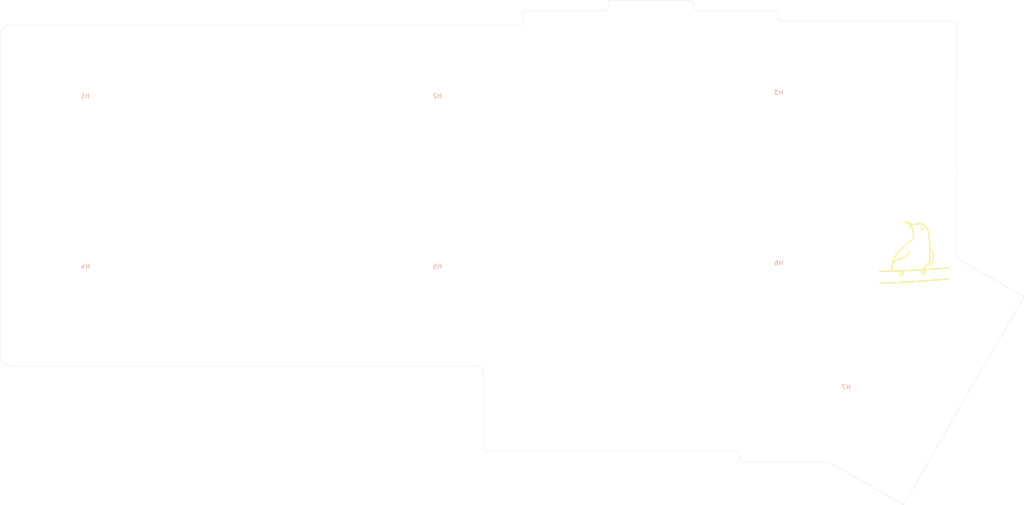
<source format=kicad_pcb>
(kicad_pcb (version 20171130) (host pcbnew "(5.1.9-0-10_14)")

  (general
    (thickness 1.6)
    (drawings 37)
    (tracks 0)
    (zones 0)
    (modules 8)
    (nets 1)
  )

  (page A4)
  (layers
    (0 F.Cu signal)
    (31 B.Cu signal)
    (32 B.Adhes user)
    (33 F.Adhes user)
    (34 B.Paste user)
    (35 F.Paste user)
    (36 B.SilkS user)
    (37 F.SilkS user)
    (38 B.Mask user)
    (39 F.Mask user)
    (40 Dwgs.User user)
    (41 Cmts.User user)
    (42 Eco1.User user)
    (43 Eco2.User user)
    (44 Edge.Cuts user)
    (45 Margin user)
    (46 B.CrtYd user)
    (47 F.CrtYd user)
    (48 B.Fab user)
    (49 F.Fab user)
  )

  (setup
    (last_trace_width 0.25)
    (trace_clearance 0.2)
    (zone_clearance 0.508)
    (zone_45_only no)
    (trace_min 0.2)
    (via_size 0.8)
    (via_drill 0.4)
    (via_min_size 0.4)
    (via_min_drill 0.3)
    (uvia_size 0.3)
    (uvia_drill 0.1)
    (uvias_allowed no)
    (uvia_min_size 0.2)
    (uvia_min_drill 0.1)
    (edge_width 0.05)
    (segment_width 0.2)
    (pcb_text_width 0.3)
    (pcb_text_size 1.5 1.5)
    (mod_edge_width 0.12)
    (mod_text_size 1 1)
    (mod_text_width 0.15)
    (pad_size 1.524 1.524)
    (pad_drill 0.762)
    (pad_to_mask_clearance 0)
    (aux_axis_origin 0 0)
    (grid_origin 192.0875 21.43125)
    (visible_elements FFFFF77F)
    (pcbplotparams
      (layerselection 0x011fc_ffffffff)
      (usegerberextensions false)
      (usegerberattributes true)
      (usegerberadvancedattributes true)
      (creategerberjobfile true)
      (excludeedgelayer true)
      (linewidth 0.100000)
      (plotframeref false)
      (viasonmask false)
      (mode 1)
      (useauxorigin false)
      (hpglpennumber 1)
      (hpglpenspeed 20)
      (hpglpendiameter 15.000000)
      (psnegative false)
      (psa4output false)
      (plotreference true)
      (plotvalue true)
      (plotinvisibletext false)
      (padsonsilk false)
      (subtractmaskfromsilk false)
      (outputformat 1)
      (mirror false)
      (drillshape 0)
      (scaleselection 1)
      (outputdirectory "./gerbers"))
  )

  (net 0 "")

  (net_class Default "This is the default net class."
    (clearance 0.2)
    (trace_width 0.25)
    (via_dia 0.8)
    (via_drill 0.4)
    (uvia_dia 0.3)
    (uvia_drill 0.1)
  )

  (module MountingHole:MountingHole_2.2mm_M2 (layer B.Cu) (tedit 56D1B4CB) (tstamp 607B26AA)
    (at 226.21875 111.125 180)
    (descr "Mounting Hole 2.2mm, no annular, M2")
    (tags "mounting hole 2.2mm no annular m2")
    (path /607DE302)
    (attr virtual)
    (fp_text reference H7 (at 0 3.175) (layer B.SilkS)
      (effects (font (size 1 1) (thickness 0.15)) (justify mirror))
    )
    (fp_text value MountingHole (at 0 -3.175) (layer B.Fab) hide
      (effects (font (size 1 1) (thickness 0.15)) (justify mirror))
    )
    (fp_text user %R (at 0.3 0) (layer B.Fab)
      (effects (font (size 1 1) (thickness 0.15)) (justify mirror))
    )
    (fp_circle (center 0 0) (end 2.2 0) (layer Cmts.User) (width 0.15))
    (fp_circle (center 0 0) (end 2.45 0) (layer B.CrtYd) (width 0.05))
    (pad 1 np_thru_hole circle (at 0 0 180) (size 2.2 2.2) (drill 2.2) (layers *.Cu *.Mask))
  )

  (module MountingHole:MountingHole_2.2mm_M2 (layer B.Cu) (tedit 56D1B4CB) (tstamp 607B26A2)
    (at 211.1315 83.34375 180)
    (descr "Mounting Hole 2.2mm, no annular, M2")
    (tags "mounting hole 2.2mm no annular m2")
    (path /607DF460)
    (attr virtual)
    (fp_text reference H6 (at 0 3.175) (layer B.SilkS)
      (effects (font (size 1 1) (thickness 0.15)) (justify mirror))
    )
    (fp_text value MountingHole (at 0 -6.5) (layer B.Fab) hide
      (effects (font (size 1 1) (thickness 0.15)) (justify mirror))
    )
    (fp_text user %R (at 0.3 0) (layer B.Fab)
      (effects (font (size 1 1) (thickness 0.15)) (justify mirror))
    )
    (fp_circle (center 0 0) (end 2.2 0) (layer Cmts.User) (width 0.15))
    (fp_circle (center 0 0) (end 2.45 0) (layer B.CrtYd) (width 0.05))
    (pad 1 np_thru_hole circle (at 0 0 180) (size 2.2 2.2) (drill 2.2) (layers *.Cu *.Mask))
  )

  (module MountingHole:MountingHole_2.2mm_M2 (layer B.Cu) (tedit 56D1B4CB) (tstamp 607B269A)
    (at 134.9375 84.1375 180)
    (descr "Mounting Hole 2.2mm, no annular, M2")
    (tags "mounting hole 2.2mm no annular m2")
    (path /607DDEC1)
    (attr virtual)
    (fp_text reference H5 (at 0 3.175) (layer B.SilkS)
      (effects (font (size 1 1) (thickness 0.15)) (justify mirror))
    )
    (fp_text value MountingHole (at 0 -6.5) (layer B.Fab) hide
      (effects (font (size 1 1) (thickness 0.15)) (justify mirror))
    )
    (fp_text user %R (at 0.3 0) (layer B.Fab)
      (effects (font (size 1 1) (thickness 0.15)) (justify mirror))
    )
    (fp_circle (center 0 0) (end 2.2 0) (layer Cmts.User) (width 0.15))
    (fp_circle (center 0 0) (end 2.45 0) (layer B.CrtYd) (width 0.05))
    (pad 1 np_thru_hole circle (at 0 0 180) (size 2.2 2.2) (drill 2.2) (layers *.Cu *.Mask))
  )

  (module MountingHole:MountingHole_2.2mm_M2 (layer B.Cu) (tedit 56D1B4CB) (tstamp 607B2692)
    (at 56.35625 84.1375 180)
    (descr "Mounting Hole 2.2mm, no annular, M2")
    (tags "mounting hole 2.2mm no annular m2")
    (path /607DED77)
    (attr virtual)
    (fp_text reference H4 (at 0 3.175) (layer B.SilkS)
      (effects (font (size 1 1) (thickness 0.15)) (justify mirror))
    )
    (fp_text value MountingHole (at 0 -6.5) (layer B.Fab) hide
      (effects (font (size 1 1) (thickness 0.15)) (justify mirror))
    )
    (fp_text user %R (at 0.3 0) (layer B.Fab)
      (effects (font (size 1 1) (thickness 0.15)) (justify mirror))
    )
    (fp_circle (center 0 0) (end 2.2 0) (layer Cmts.User) (width 0.15))
    (fp_circle (center 0 0) (end 2.45 0) (layer B.CrtYd) (width 0.05))
    (pad 1 np_thru_hole circle (at 0 0 180) (size 2.2 2.2) (drill 2.2) (layers *.Cu *.Mask))
  )

  (module MountingHole:MountingHole_2.2mm_M2 (layer B.Cu) (tedit 56D1B4CB) (tstamp 607B268A)
    (at 211.1375 45.24375 180)
    (descr "Mounting Hole 2.2mm, no annular, M2")
    (tags "mounting hole 2.2mm no annular m2")
    (path /607DC9F0)
    (attr virtual)
    (fp_text reference H3 (at 0 3.175) (layer B.SilkS)
      (effects (font (size 1 1) (thickness 0.15)) (justify mirror))
    )
    (fp_text value MountingHole (at 0 -6.5) (layer B.Fab) hide
      (effects (font (size 1 1) (thickness 0.15)) (justify mirror))
    )
    (fp_text user %R (at 0.3 0) (layer B.Fab)
      (effects (font (size 1 1) (thickness 0.15)) (justify mirror))
    )
    (fp_circle (center 0 0) (end 2.2 0) (layer Cmts.User) (width 0.15))
    (fp_circle (center 0 0) (end 2.45 0) (layer B.CrtYd) (width 0.05))
    (pad 1 np_thru_hole circle (at 0 0 180) (size 2.2 2.2) (drill 2.2) (layers *.Cu *.Mask))
  )

  (module MountingHole:MountingHole_2.2mm_M2 (layer B.Cu) (tedit 56D1B4CB) (tstamp 607B2682)
    (at 134.9375 46.0375 180)
    (descr "Mounting Hole 2.2mm, no annular, M2")
    (tags "mounting hole 2.2mm no annular m2")
    (path /607DE9D9)
    (attr virtual)
    (fp_text reference H2 (at 0 3.175) (layer B.SilkS)
      (effects (font (size 1 1) (thickness 0.15)) (justify mirror))
    )
    (fp_text value MountingHole (at 0 -6.5) (layer B.Fab) hide
      (effects (font (size 1 1) (thickness 0.15)) (justify mirror))
    )
    (fp_text user %R (at 0.3 0) (layer B.Fab)
      (effects (font (size 1 1) (thickness 0.15)) (justify mirror))
    )
    (fp_circle (center 0 0) (end 2.2 0) (layer Cmts.User) (width 0.15))
    (fp_circle (center 0 0) (end 2.45 0) (layer B.CrtYd) (width 0.05))
    (pad 1 np_thru_hole circle (at 0 0 180) (size 2.2 2.2) (drill 2.2) (layers *.Cu *.Mask))
  )

  (module MountingHole:MountingHole_2.2mm_M2 (layer B.Cu) (tedit 56D1B4CB) (tstamp 607B99EA)
    (at 56.35625 46.0375 180)
    (descr "Mounting Hole 2.2mm, no annular, M2")
    (tags "mounting hole 2.2mm no annular m2")
    (path /607DE5EF)
    (attr virtual)
    (fp_text reference H1 (at 0.04275 3.175) (layer B.SilkS)
      (effects (font (size 1 1) (thickness 0.15)) (justify mirror))
    )
    (fp_text value MountingHole (at 0 -6.5) (layer B.Fab) hide
      (effects (font (size 1 1) (thickness 0.15)) (justify mirror))
    )
    (fp_text user %R (at 0.3 0) (layer B.Fab)
      (effects (font (size 1 1) (thickness 0.15)) (justify mirror))
    )
    (fp_circle (center 0 0) (end 2.2 0) (layer Cmts.User) (width 0.15))
    (fp_circle (center 0 0) (end 2.45 0) (layer B.CrtYd) (width 0.05))
    (pad 1 np_thru_hole circle (at 0 0 180) (size 2.2 2.2) (drill 2.2) (layers *.Cu *.Mask))
  )

  (module footprints:wren_logo (layer F.Cu) (tedit 0) (tstamp 607C0188)
    (at 241.3635 77.81925)
    (fp_text reference G*** (at 0 0) (layer F.SilkS) hide
      (effects (font (size 1.524 1.524) (thickness 0.3)))
    )
    (fp_text value LOGO (at 0.75 0) (layer F.SilkS) hide
      (effects (font (size 1.524 1.524) (thickness 0.3)))
    )
    (fp_poly (pts (xy 1.858703 -5.644403) (xy 1.917873 -5.625001) (xy 2.043406 -5.533928) (xy 2.110759 -5.404252)
      (xy 2.118886 -5.259587) (xy 2.066744 -5.123542) (xy 1.953287 -5.019728) (xy 1.944845 -5.015214)
      (xy 1.841152 -4.967101) (xy 1.767931 -4.959834) (xy 1.682143 -4.992263) (xy 1.651834 -5.007376)
      (xy 1.528795 -5.105656) (xy 1.468932 -5.230096) (xy 1.464859 -5.363544) (xy 1.509187 -5.48885)
      (xy 1.594529 -5.588862) (xy 1.713497 -5.64643) (xy 1.858703 -5.644403)) (layer F.SilkS) (width 0.01))
    (fp_poly (pts (xy -1.780689 -6.979144) (xy -1.723826 -6.976575) (xy -1.582145 -6.968584) (xy -1.467686 -6.956075)
      (xy -1.362718 -6.933126) (xy -1.249514 -6.893811) (xy -1.110344 -6.832208) (xy -0.927478 -6.742393)
      (xy -0.742825 -6.648799) (xy -0.133732 -6.338804) (xy 0.363129 -6.452104) (xy 0.802847 -6.534727)
      (xy 1.188283 -6.565863) (xy 1.534121 -6.543134) (xy 1.855047 -6.464164) (xy 2.165746 -6.326574)
      (xy 2.480904 -6.127988) (xy 2.514317 -6.103891) (xy 2.733294 -5.898293) (xy 2.935308 -5.615855)
      (xy 3.116681 -5.263356) (xy 3.27373 -4.847575) (xy 3.362033 -4.542701) (xy 3.42238 -4.253539)
      (xy 3.47501 -3.88398) (xy 3.519552 -3.437971) (xy 3.555634 -2.919464) (xy 3.582886 -2.332406)
      (xy 3.590114 -2.116567) (xy 3.600755 -1.777444) (xy 3.610378 -1.51135) (xy 3.620197 -1.306673)
      (xy 3.631429 -1.151805) (xy 3.645288 -1.035136) (xy 3.66299 -0.945056) (xy 3.68575 -0.869956)
      (xy 3.714782 -0.798225) (xy 3.732131 -0.759776) (xy 3.820426 -0.600094) (xy 3.940215 -0.424024)
      (xy 4.042652 -0.296538) (xy 4.20691 -0.095193) (xy 4.316877 0.08822) (xy 4.382004 0.279942)
      (xy 4.411745 0.506215) (xy 4.416309 0.740833) (xy 4.394645 1.115067) (xy 4.340311 1.486226)
      (xy 4.258031 1.834862) (xy 4.152527 2.141531) (xy 4.028521 2.386785) (xy 4.009511 2.415763)
      (xy 3.874004 2.582125) (xy 3.730253 2.678695) (xy 3.552538 2.718523) (xy 3.409331 2.72027)
      (xy 3.142313 2.710041) (xy 2.841785 3.086394) (xy 2.70679 3.25068) (xy 2.576566 3.400864)
      (xy 2.468091 3.517799) (xy 2.41038 3.572874) (xy 2.279503 3.683) (xy 2.483835 3.682927)
      (xy 2.589409 3.67997) (xy 2.770206 3.671535) (xy 3.017 3.658208) (xy 3.320564 3.640575)
      (xy 3.671674 3.61922) (xy 4.061102 3.59473) (xy 4.479622 3.56769) (xy 4.918008 3.538685)
      (xy 5.367034 3.5083) (xy 5.817475 3.477122) (xy 6.260103 3.445736) (xy 6.531987 3.426032)
      (xy 6.846724 3.403954) (xy 7.135562 3.385489) (xy 7.38727 3.371213) (xy 7.590618 3.3617)
      (xy 7.734374 3.357526) (xy 7.807308 3.359267) (xy 7.812571 3.360436) (xy 7.858581 3.416412)
      (xy 7.872755 3.508726) (xy 7.852643 3.594318) (xy 7.827447 3.622107) (xy 7.773857 3.632406)
      (xy 7.643514 3.647305) (xy 7.444172 3.666221) (xy 7.183586 3.688571) (xy 6.86951 3.713772)
      (xy 6.509699 3.741241) (xy 6.111908 3.770395) (xy 5.68389 3.800651) (xy 5.2334 3.831426)
      (xy 4.768193 3.862137) (xy 4.296024 3.892202) (xy 3.958166 3.912995) (xy 3.643972 3.932338)
      (xy 3.342102 3.951477) (xy 3.067724 3.969407) (xy 2.836004 3.985125) (xy 2.662111 3.997626)
      (xy 2.577966 4.004358) (xy 2.298433 4.02901) (xy 2.36028 4.205255) (xy 2.394002 4.357004)
      (xy 2.413678 4.559433) (xy 2.418591 4.779613) (xy 2.408024 4.984615) (xy 2.381263 5.141507)
      (xy 2.380684 5.1435) (xy 2.33756 5.235693) (xy 2.263369 5.268417) (xy 2.219454 5.2705)
      (xy 2.0955 5.2705) (xy 2.095284 4.804833) (xy 2.084629 4.507474) (xy 2.053735 4.278194)
      (xy 2.003753 4.121018) (xy 1.935835 4.039967) (xy 1.874048 4.031506) (xy 1.818302 4.072738)
      (xy 1.814232 4.108847) (xy 1.823958 4.178159) (xy 1.836166 4.306921) (xy 1.848543 4.470055)
      (xy 1.851087 4.5085) (xy 1.859656 4.68429) (xy 1.855536 4.799345) (xy 1.835284 4.877088)
      (xy 1.795458 4.940944) (xy 1.785757 4.953) (xy 1.714787 5.022556) (xy 1.654989 5.02843)
      (xy 1.621902 5.011923) (xy 1.581504 4.97177) (xy 1.556709 4.899398) (xy 1.543396 4.77602)
      (xy 1.538302 4.630923) (xy 1.529044 4.453486) (xy 1.510961 4.294257) (xy 1.487738 4.18444)
      (xy 1.484543 4.175445) (xy 1.437648 4.054057) (xy 1.046907 4.081256) (xy 0.934451 4.088013)
      (xy 0.754103 4.097551) (xy 0.517844 4.109332) (xy 0.237651 4.122819) (xy -0.074495 4.137473)
      (xy -0.406615 4.152755) (xy -0.746729 4.168129) (xy -1.082858 4.183056) (xy -1.403024 4.196997)
      (xy -1.695245 4.209415) (xy -1.947544 4.219772) (xy -2.14794 4.22753) (xy -2.284454 4.232151)
      (xy -2.336757 4.233233) (xy -2.380159 4.240721) (xy -2.385183 4.277711) (xy -2.353098 4.366257)
      (xy -2.345477 4.3846) (xy -2.308017 4.523027) (xy -2.29159 4.690106) (xy -2.295012 4.860844)
      (xy -2.317097 5.010252) (xy -2.35666 5.113337) (xy -2.38125 5.138864) (xy -2.474629 5.170191)
      (xy -2.541112 5.12753) (xy -2.582388 5.008296) (xy -2.600149 4.809901) (xy -2.600316 4.803535)
      (xy -2.623769 4.554414) (xy -2.678819 4.373577) (xy -2.763504 4.265274) (xy -2.863117 4.233333)
      (xy -2.939304 4.244145) (xy -2.948436 4.286751) (xy -2.940745 4.307416) (xy -2.86031 4.551537)
      (xy -2.817855 4.80483) (xy -2.814189 5.045011) (xy -2.85012 5.249797) (xy -2.902325 5.364909)
      (xy -2.965625 5.442833) (xy -3.025765 5.452773) (xy -3.089323 5.420187) (xy -3.120875 5.378123)
      (xy -3.140578 5.290716) (xy -3.15052 5.143722) (xy -3.152823 4.986918) (xy -3.161064 4.740108)
      (xy -3.185908 4.558925) (xy -3.22687 4.431752) (xy -3.299906 4.270339) (xy -4.708537 4.304752)
      (xy -5.097748 4.313554) (xy -5.50579 4.321524) (xy -5.912872 4.328363) (xy -6.299203 4.333772)
      (xy -6.644992 4.337453) (xy -6.930449 4.339105) (xy -6.985 4.339166) (xy -7.852834 4.339166)
      (xy -7.866252 4.222509) (xy -7.857591 4.124868) (xy -7.822766 4.084015) (xy -7.767824 4.077738)
      (xy -7.638844 4.070211) (xy -7.446438 4.061833) (xy -7.20122 4.053002) (xy -6.913802 4.044114)
      (xy -6.594795 4.035569) (xy -6.417587 4.031339) (xy -5.069313 4.0005) (xy -5.076924 3.526025)
      (xy -5.074698 3.480111) (xy -4.768361 3.480111) (xy -4.758756 3.699883) (xy -4.731475 3.991934)
      (xy -3.815655 3.963921) (xy -3.507593 3.95416) (xy -3.140086 3.941969) (xy -2.738291 3.928217)
      (xy -2.327364 3.913771) (xy -1.932463 3.8995) (xy -1.7145 3.891413) (xy -1.326048 3.87624)
      (xy -0.892678 3.858317) (xy -0.443255 3.838903) (xy -0.006638 3.819256) (xy 0.388309 3.800637)
      (xy 0.557241 3.792301) (xy 0.889305 3.775327) (xy 1.148226 3.760851) (xy 1.345431 3.747372)
      (xy 1.492352 3.733389) (xy 1.600414 3.717403) (xy 1.681049 3.697911) (xy 1.745684 3.673414)
      (xy 1.805749 3.642411) (xy 1.837266 3.624219) (xy 2.065416 3.459754) (xy 2.310186 3.228183)
      (xy 2.560304 2.942337) (xy 2.804499 2.61505) (xy 2.942014 2.400248) (xy 3.344333 2.400248)
      (xy 3.38151 2.408676) (xy 3.473447 2.40689) (xy 3.498877 2.404972) (xy 3.650523 2.360663)
      (xy 3.731564 2.286) (xy 3.825557 2.117684) (xy 3.911379 1.888382) (xy 3.985839 1.617375)
      (xy 4.045747 1.323943) (xy 4.087913 1.027368) (xy 4.109147 0.746929) (xy 4.106257 0.501908)
      (xy 4.076055 0.311584) (xy 4.064197 0.275685) (xy 4.017699 0.186094) (xy 3.943718 0.074422)
      (xy 3.859478 -0.036838) (xy 3.782204 -0.125195) (xy 3.72912 -0.168157) (xy 3.723394 -0.169334)
      (xy 3.703213 -0.130776) (xy 3.677395 -0.028847) (xy 3.650991 0.115835) (xy 3.646848 0.142933)
      (xy 3.624173 0.334525) (xy 3.624246 0.481925) (xy 3.648262 0.622817) (xy 3.66397 0.682683)
      (xy 3.72518 0.934708) (xy 3.752241 1.151578) (xy 3.742562 1.355712) (xy 3.693554 1.569528)
      (xy 3.602629 1.815447) (xy 3.508687 2.027276) (xy 3.436874 2.184245) (xy 3.380976 2.309864)
      (xy 3.348933 2.386118) (xy 3.344333 2.400248) (xy 2.942014 2.400248) (xy 3.021828 2.275577)
      (xy 3.199272 1.959278) (xy 3.32473 1.692842) (xy 3.401526 1.462029) (xy 3.432989 1.252603)
      (xy 3.422443 1.050323) (xy 3.373216 0.840953) (xy 3.363851 0.811563) (xy 3.314087 0.543379)
      (xy 3.320238 0.220475) (xy 3.381964 -0.1486) (xy 3.406152 -0.247515) (xy 3.440487 -0.390818)
      (xy 3.452315 -0.496155) (xy 3.440175 -0.598834) (xy 3.402608 -0.734162) (xy 3.383522 -0.794705)
      (xy 3.355916 -0.88969) (xy 3.333645 -0.990103) (xy 3.315722 -1.107661) (xy 3.301157 -1.254082)
      (xy 3.288961 -1.441083) (xy 3.278145 -1.680383) (xy 3.26772 -1.983697) (xy 3.259433 -2.264834)
      (xy 3.241885 -2.771201) (xy 3.219149 -3.205603) (xy 3.189797 -3.580661) (xy 3.152396 -3.908992)
      (xy 3.105519 -4.203217) (xy 3.047734 -4.475954) (xy 2.979827 -4.732194) (xy 2.8358 -5.139553)
      (xy 2.658124 -5.4748) (xy 2.440604 -5.745915) (xy 2.177048 -5.960878) (xy 1.914872 -6.104198)
      (xy 1.675589 -6.195346) (xy 1.436377 -6.246696) (xy 1.17937 -6.258744) (xy 0.886703 -6.231984)
      (xy 0.540509 -6.166912) (xy 0.4445 -6.14495) (xy 0.216257 -6.09309) (xy -0.004277 -6.046194)
      (xy -0.192708 -6.009252) (xy -0.324641 -5.987253) (xy -0.329721 -5.986583) (xy -0.451432 -5.966209)
      (xy -0.527352 -5.94443) (xy -0.541145 -5.931579) (xy -0.516253 -5.882947) (xy -0.464015 -5.782626)
      (xy -0.406408 -5.672667) (xy -0.248949 -5.321249) (xy -0.122179 -4.933956) (xy -0.029251 -4.530092)
      (xy 0.026679 -4.12896) (xy 0.042457 -3.749862) (xy 0.014928 -3.412102) (xy -0.014108 -3.272201)
      (xy -0.072808 -3.112972) (xy -0.155722 -2.962769) (xy -0.194024 -2.911909) (xy -0.239851 -2.860301)
      (xy -0.288849 -2.809529) (xy -0.349639 -2.752307) (xy -0.430847 -2.681346) (xy -0.541095 -2.589361)
      (xy -0.689007 -2.469063) (xy -0.883206 -2.313165) (xy -1.132316 -2.11438) (xy -1.227667 -2.038426)
      (xy -1.484813 -1.826476) (xy -1.77694 -1.57373) (xy -2.088122 -1.294958) (xy -2.402432 -1.00493)
      (xy -2.70394 -0.718417) (xy -2.976721 -0.450188) (xy -3.204846 -0.215015) (xy -3.270375 -0.144145)
      (xy -3.661891 0.323845) (xy -3.984754 0.795958) (xy -4.253087 1.29412) (xy -4.37766 1.575331)
      (xy -4.443674 1.736987) (xy -4.495214 1.867353) (xy -4.525082 1.948008) (xy -4.529667 1.964406)
      (xy -4.498782 1.950997) (xy -4.416471 1.896283) (xy -4.298254 1.810795) (xy -4.250568 1.775023)
      (xy -3.97005 1.579062) (xy -3.713692 1.438829) (xy -3.455578 1.341785) (xy -3.249526 1.290674)
      (xy -2.79554 1.159693) (xy -2.353789 0.960182) (xy -1.939991 0.702525) (xy -1.569867 0.397106)
      (xy -1.259134 0.054312) (xy -1.152536 -0.09465) (xy -1.048365 -0.21402) (xy -0.949714 -0.250407)
      (xy -0.858367 -0.203273) (xy -0.843972 -0.187254) (xy -0.819561 -0.113071) (xy -0.849224 -0.008575)
      (xy -0.936182 0.131255) (xy -1.083652 0.31144) (xy -1.294855 0.537001) (xy -1.3335 0.576344)
      (xy -1.688356 0.899346) (xy -2.058825 1.159952) (xy -2.462273 1.367539) (xy -2.916063 1.531485)
      (xy -3.278388 1.626547) (xy -3.522369 1.709832) (xy -3.785335 1.845331) (xy -4.047491 2.018411)
      (xy -4.289045 2.214438) (xy -4.490202 2.418777) (xy -4.631168 2.616793) (xy -4.639892 2.633158)
      (xy -4.692204 2.781616) (xy -4.732926 2.98907) (xy -4.759248 3.230307) (xy -4.768361 3.480111)
      (xy -5.074698 3.480111) (xy -5.045407 2.876002) (xy -4.930709 2.235558) (xy -4.734073 1.607851)
      (xy -4.456741 0.996039) (xy -4.099956 0.403281) (xy -3.66496 -0.167264) (xy -3.590182 -0.254)
      (xy -3.347586 -0.517668) (xy -3.051989 -0.817601) (xy -2.71858 -1.139875) (xy -2.362546 -1.470566)
      (xy -1.999075 -1.795751) (xy -1.643354 -2.101506) (xy -1.31057 -2.373907) (xy -1.100667 -2.536337)
      (xy -0.827933 -2.74758) (xy -0.620907 -2.923226) (xy -0.472118 -3.070254) (xy -0.374092 -3.195645)
      (xy -0.348901 -3.2385) (xy -0.309277 -3.367088) (xy -0.286178 -3.559056) (xy -0.279266 -3.79481)
      (xy -0.288205 -4.05476) (xy -0.312658 -4.319314) (xy -0.35229 -4.56888) (xy -0.373394 -4.664573)
      (xy -0.516431 -5.147209) (xy -0.694589 -5.55574) (xy -0.911624 -5.894703) (xy -1.17129 -6.168636)
      (xy -1.477339 -6.382074) (xy -1.833527 -6.539556) (xy -1.956903 -6.578354) (xy -2.13976 -6.647695)
      (xy -2.244346 -6.726447) (xy -2.26862 -6.811762) (xy -2.210541 -6.900791) (xy -2.196503 -6.912758)
      (xy -2.135401 -6.952576) (xy -2.060029 -6.974982) (xy -1.948941 -6.982873) (xy -1.780689 -6.979144)) (layer F.SilkS) (width 0.01))
    (fp_poly (pts (xy 7.811945 5.784912) (xy 7.866437 5.84272) (xy 7.871027 5.931063) (xy 7.829993 6.015418)
      (xy 7.77875 6.052663) (xy 7.719613 6.063077) (xy 7.582687 6.079016) (xy 7.374629 6.099954)
      (xy 7.1021 6.125367) (xy 6.771759 6.154729) (xy 6.390267 6.187516) (xy 5.964281 6.223201)
      (xy 5.500463 6.261259) (xy 5.005472 6.301166) (xy 4.485967 6.342395) (xy 3.948608 6.384422)
      (xy 3.400055 6.426722) (xy 2.846967 6.468769) (xy 2.296004 6.510037) (xy 1.753826 6.550002)
      (xy 1.227091 6.588139) (xy 0.722461 6.623921) (xy 0.246594 6.656825) (xy -0.19385 6.686323)
      (xy -0.529167 6.707935) (xy -0.91785 6.731303) (xy -1.357835 6.755754) (xy -1.839204 6.780877)
      (xy -2.35204 6.806259) (xy -2.886426 6.831488) (xy -3.432446 6.856149) (xy -3.980182 6.879832)
      (xy -4.519718 6.902124) (xy -5.041137 6.922611) (xy -5.534521 6.940881) (xy -5.989953 6.956521)
      (xy -6.397518 6.96912) (xy -6.747297 6.978263) (xy -7.029374 6.983539) (xy -7.1809 6.98471)
      (xy -7.404951 6.981947) (xy -7.557538 6.972324) (xy -7.651698 6.954329) (xy -7.700466 6.926451)
      (xy -7.702421 6.924206) (xy -7.732545 6.836949) (xy -7.694631 6.75565) (xy -7.604089 6.700583)
      (xy -7.523261 6.688458) (xy -7.357868 6.686287) (xy -7.11711 6.680406) (xy -6.810188 6.671195)
      (xy -6.446305 6.659035) (xy -6.034664 6.644305) (xy -5.584466 6.627385) (xy -5.104914 6.608656)
      (xy -4.60521 6.588496) (xy -4.094556 6.567286) (xy -3.582155 6.545406) (xy -3.07721 6.523236)
      (xy -2.588921 6.501156) (xy -2.126492 6.479544) (xy -1.699125 6.458783) (xy -1.316022 6.439251)
      (xy -0.986386 6.421328) (xy -0.8255 6.41195) (xy -0.458528 6.388884) (xy -0.016832 6.359434)
      (xy 0.489944 6.324321) (xy 1.052155 6.284261) (xy 1.660157 6.239972) (xy 2.304306 6.192173)
      (xy 2.974957 6.141581) (xy 3.662466 6.088915) (xy 4.357188 6.034892) (xy 5.04948 5.98023)
      (xy 5.729696 5.925648) (xy 5.981028 5.905238) (xy 6.360972 5.874948) (xy 6.715872 5.847942)
      (xy 7.036594 5.82482) (xy 7.314005 5.806184) (xy 7.538973 5.792632) (xy 7.702364 5.784766)
      (xy 7.795045 5.783185) (xy 7.811945 5.784912)) (layer F.SilkS) (width 0.01))
  )

  (gr_line (start 265.8745 87.72525) (end 251.6505 79.59725) (layer Edge.Cuts) (width 0.05) (tstamp 607BC3C7))
  (gr_line (start 238.9505 134.20725) (end 265.8745 87.72525) (layer Edge.Cuts) (width 0.05))
  (gr_line (start 222.25 124.61875) (end 238.9505 134.20725) (layer Edge.Cuts) (width 0.05))
  (gr_line (start 250.772952 78.177347) (end 250.825 26.9875) (layer Edge.Cuts) (width 0.05) (tstamp 607BA2DF))
  (gr_line (start 143.66875 103.1875) (end 118.26875 103.1875) (layer Edge.Cuts) (width 0.05) (tstamp 607BA1C2))
  (gr_arc (start 143.66875 104.775) (end 145.25625 104.775) (angle -90) (layer Edge.Cuts) (width 0.05))
  (gr_line (start 145.25625 121.44375) (end 145.25625 104.775) (layer Edge.Cuts) (width 0.05))
  (gr_line (start 118.26875 103.1875) (end 39.6875 103.1875) (layer Edge.Cuts) (width 0.05) (tstamp 607B7771))
  (gr_line (start 146.05 122.2375) (end 165.1 122.2375) (layer Edge.Cuts) (width 0.05) (tstamp 607B336E))
  (gr_line (start 173.0375 22.225) (end 173.0375 23.01875) (layer Edge.Cuts) (width 0.05) (tstamp 6073F89F))
  (gr_line (start 203.2 124.61875) (end 222.25 124.61875) (layer Edge.Cuts) (width 0.05))
  (gr_line (start 202.40625 123.03125) (end 202.40625 123.825) (layer Edge.Cuts) (width 0.05) (tstamp 60721D25))
  (gr_arc (start 203.2 123.825) (end 202.40625 123.825) (angle -90) (layer Edge.Cuts) (width 0.05))
  (gr_arc (start 201.6125 123.03125) (end 202.40625 123.03125) (angle -90) (layer Edge.Cuts) (width 0.05))
  (gr_line (start 165.1 122.2375) (end 201.6125 122.2375) (layer Edge.Cuts) (width 0.05))
  (gr_arc (start 146.05 121.44375) (end 145.25625 121.44375) (angle -90) (layer Edge.Cuts) (width 0.05))
  (gr_arc (start 252.360452 78.177347) (end 250.772952 78.177347) (angle -63.43494882) (layer Edge.Cuts) (width 0.05))
  (gr_line (start 211.93125 26.19375) (end 250.03125 26.19375) (layer Edge.Cuts) (width 0.05) (tstamp 607219A8))
  (gr_line (start 211.1375 24.60625) (end 211.1375 25.4) (layer Edge.Cuts) (width 0.05) (tstamp 607219A5))
  (gr_line (start 192.88125 23.8125) (end 210.34375 23.8125) (layer Edge.Cuts) (width 0.05) (tstamp 607219A3))
  (gr_line (start 192.0875 22.225) (end 192.0875 23.01875) (layer Edge.Cuts) (width 0.05) (tstamp 607219A0))
  (gr_line (start 173.83125 21.43125) (end 191.29375 21.43125) (layer Edge.Cuts) (width 0.05) (tstamp 6072199E))
  (gr_line (start 154.78125 23.8125) (end 172.24375 23.8125) (layer Edge.Cuts) (width 0.05) (tstamp 60721999))
  (gr_line (start 153.9875 26.19375) (end 153.9875 24.60625) (layer Edge.Cuts) (width 0.05) (tstamp 60721996))
  (gr_line (start 39.6875 26.9875) (end 153.19375 26.9875) (layer Edge.Cuts) (width 0.05) (tstamp 60721993))
  (gr_arc (start 250.03125 26.9875) (end 250.825 26.9875) (angle -90) (layer Edge.Cuts) (width 0.05))
  (gr_arc (start 211.93125 25.4) (end 211.1375 25.4) (angle -90) (layer Edge.Cuts) (width 0.05))
  (gr_arc (start 210.34375 24.60625) (end 211.1375 24.60625) (angle -90) (layer Edge.Cuts) (width 0.05))
  (gr_arc (start 192.88125 23.01875) (end 192.0875 23.01875) (angle -90) (layer Edge.Cuts) (width 0.05))
  (gr_arc (start 191.29375 22.225) (end 192.0875 22.225) (angle -90) (layer Edge.Cuts) (width 0.05))
  (gr_arc (start 154.78125 24.60625) (end 154.78125 23.8125) (angle -90) (layer Edge.Cuts) (width 0.05))
  (gr_arc (start 153.19375 26.19375) (end 153.19375 26.9875) (angle -90) (layer Edge.Cuts) (width 0.05))
  (gr_arc (start 173.83125 22.225) (end 173.83125 21.43125) (angle -90) (layer Edge.Cuts) (width 0.05))
  (gr_arc (start 172.24375 23.01875) (end 172.24375 23.8125) (angle -90) (layer Edge.Cuts) (width 0.05))
  (gr_line (start 37.30625 100.80625) (end 37.30625 29.36875) (layer Edge.Cuts) (width 0.05) (tstamp 607218CB))
  (gr_arc (start 39.6875 100.80625) (end 37.30625 100.80625) (angle -90) (layer Edge.Cuts) (width 0.05))
  (gr_arc (start 39.6875 29.36875) (end 39.6875 26.9875) (angle -90) (layer Edge.Cuts) (width 0.05))

)

</source>
